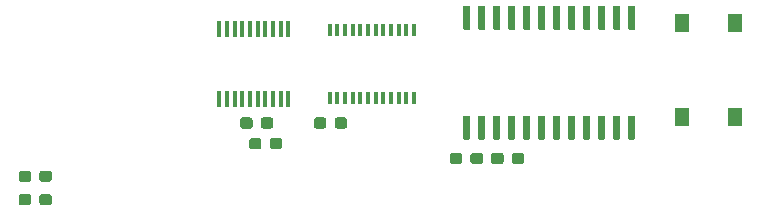
<source format=gbr>
G04 #@! TF.GenerationSoftware,KiCad,Pcbnew,5.1.2-f72e74a~84~ubuntu18.04.1*
G04 #@! TF.CreationDate,2019-07-30T17:21:04-04:00*
G04 #@! TF.ProjectId,kvm-keypad,6b766d2d-6b65-4797-9061-642e6b696361,rev?*
G04 #@! TF.SameCoordinates,Original*
G04 #@! TF.FileFunction,Paste,Top*
G04 #@! TF.FilePolarity,Positive*
%FSLAX46Y46*%
G04 Gerber Fmt 4.6, Leading zero omitted, Abs format (unit mm)*
G04 Created by KiCad (PCBNEW 5.1.2-f72e74a~84~ubuntu18.04.1) date 2019-07-30 17:21:04*
%MOMM*%
%LPD*%
G04 APERTURE LIST*
%ADD10C,0.100000*%
%ADD11C,0.950000*%
%ADD12R,1.300000X1.550000*%
%ADD13R,0.450000X1.450000*%
%ADD14R,0.400000X1.100000*%
%ADD15C,0.600000*%
G04 APERTURE END LIST*
D10*
G36*
X52185779Y-40026144D02*
G01*
X52208834Y-40029563D01*
X52231443Y-40035227D01*
X52253387Y-40043079D01*
X52274457Y-40053044D01*
X52294448Y-40065026D01*
X52313168Y-40078910D01*
X52330438Y-40094562D01*
X52346090Y-40111832D01*
X52359974Y-40130552D01*
X52371956Y-40150543D01*
X52381921Y-40171613D01*
X52389773Y-40193557D01*
X52395437Y-40216166D01*
X52398856Y-40239221D01*
X52400000Y-40262500D01*
X52400000Y-40737500D01*
X52398856Y-40760779D01*
X52395437Y-40783834D01*
X52389773Y-40806443D01*
X52381921Y-40828387D01*
X52371956Y-40849457D01*
X52359974Y-40869448D01*
X52346090Y-40888168D01*
X52330438Y-40905438D01*
X52313168Y-40921090D01*
X52294448Y-40934974D01*
X52274457Y-40946956D01*
X52253387Y-40956921D01*
X52231443Y-40964773D01*
X52208834Y-40970437D01*
X52185779Y-40973856D01*
X52162500Y-40975000D01*
X51587500Y-40975000D01*
X51564221Y-40973856D01*
X51541166Y-40970437D01*
X51518557Y-40964773D01*
X51496613Y-40956921D01*
X51475543Y-40946956D01*
X51455552Y-40934974D01*
X51436832Y-40921090D01*
X51419562Y-40905438D01*
X51403910Y-40888168D01*
X51390026Y-40869448D01*
X51378044Y-40849457D01*
X51368079Y-40828387D01*
X51360227Y-40806443D01*
X51354563Y-40783834D01*
X51351144Y-40760779D01*
X51350000Y-40737500D01*
X51350000Y-40262500D01*
X51351144Y-40239221D01*
X51354563Y-40216166D01*
X51360227Y-40193557D01*
X51368079Y-40171613D01*
X51378044Y-40150543D01*
X51390026Y-40130552D01*
X51403910Y-40111832D01*
X51419562Y-40094562D01*
X51436832Y-40078910D01*
X51455552Y-40065026D01*
X51475543Y-40053044D01*
X51496613Y-40043079D01*
X51518557Y-40035227D01*
X51541166Y-40029563D01*
X51564221Y-40026144D01*
X51587500Y-40025000D01*
X52162500Y-40025000D01*
X52185779Y-40026144D01*
X52185779Y-40026144D01*
G37*
D11*
X51875000Y-40500000D03*
D10*
G36*
X53935779Y-40026144D02*
G01*
X53958834Y-40029563D01*
X53981443Y-40035227D01*
X54003387Y-40043079D01*
X54024457Y-40053044D01*
X54044448Y-40065026D01*
X54063168Y-40078910D01*
X54080438Y-40094562D01*
X54096090Y-40111832D01*
X54109974Y-40130552D01*
X54121956Y-40150543D01*
X54131921Y-40171613D01*
X54139773Y-40193557D01*
X54145437Y-40216166D01*
X54148856Y-40239221D01*
X54150000Y-40262500D01*
X54150000Y-40737500D01*
X54148856Y-40760779D01*
X54145437Y-40783834D01*
X54139773Y-40806443D01*
X54131921Y-40828387D01*
X54121956Y-40849457D01*
X54109974Y-40869448D01*
X54096090Y-40888168D01*
X54080438Y-40905438D01*
X54063168Y-40921090D01*
X54044448Y-40934974D01*
X54024457Y-40946956D01*
X54003387Y-40956921D01*
X53981443Y-40964773D01*
X53958834Y-40970437D01*
X53935779Y-40973856D01*
X53912500Y-40975000D01*
X53337500Y-40975000D01*
X53314221Y-40973856D01*
X53291166Y-40970437D01*
X53268557Y-40964773D01*
X53246613Y-40956921D01*
X53225543Y-40946956D01*
X53205552Y-40934974D01*
X53186832Y-40921090D01*
X53169562Y-40905438D01*
X53153910Y-40888168D01*
X53140026Y-40869448D01*
X53128044Y-40849457D01*
X53118079Y-40828387D01*
X53110227Y-40806443D01*
X53104563Y-40783834D01*
X53101144Y-40760779D01*
X53100000Y-40737500D01*
X53100000Y-40262500D01*
X53101144Y-40239221D01*
X53104563Y-40216166D01*
X53110227Y-40193557D01*
X53118079Y-40171613D01*
X53128044Y-40150543D01*
X53140026Y-40130552D01*
X53153910Y-40111832D01*
X53169562Y-40094562D01*
X53186832Y-40078910D01*
X53205552Y-40065026D01*
X53225543Y-40053044D01*
X53246613Y-40043079D01*
X53268557Y-40035227D01*
X53291166Y-40029563D01*
X53314221Y-40026144D01*
X53337500Y-40025000D01*
X53912500Y-40025000D01*
X53935779Y-40026144D01*
X53935779Y-40026144D01*
G37*
D11*
X53625000Y-40500000D03*
D10*
G36*
X54685779Y-41776144D02*
G01*
X54708834Y-41779563D01*
X54731443Y-41785227D01*
X54753387Y-41793079D01*
X54774457Y-41803044D01*
X54794448Y-41815026D01*
X54813168Y-41828910D01*
X54830438Y-41844562D01*
X54846090Y-41861832D01*
X54859974Y-41880552D01*
X54871956Y-41900543D01*
X54881921Y-41921613D01*
X54889773Y-41943557D01*
X54895437Y-41966166D01*
X54898856Y-41989221D01*
X54900000Y-42012500D01*
X54900000Y-42487500D01*
X54898856Y-42510779D01*
X54895437Y-42533834D01*
X54889773Y-42556443D01*
X54881921Y-42578387D01*
X54871956Y-42599457D01*
X54859974Y-42619448D01*
X54846090Y-42638168D01*
X54830438Y-42655438D01*
X54813168Y-42671090D01*
X54794448Y-42684974D01*
X54774457Y-42696956D01*
X54753387Y-42706921D01*
X54731443Y-42714773D01*
X54708834Y-42720437D01*
X54685779Y-42723856D01*
X54662500Y-42725000D01*
X54087500Y-42725000D01*
X54064221Y-42723856D01*
X54041166Y-42720437D01*
X54018557Y-42714773D01*
X53996613Y-42706921D01*
X53975543Y-42696956D01*
X53955552Y-42684974D01*
X53936832Y-42671090D01*
X53919562Y-42655438D01*
X53903910Y-42638168D01*
X53890026Y-42619448D01*
X53878044Y-42599457D01*
X53868079Y-42578387D01*
X53860227Y-42556443D01*
X53854563Y-42533834D01*
X53851144Y-42510779D01*
X53850000Y-42487500D01*
X53850000Y-42012500D01*
X53851144Y-41989221D01*
X53854563Y-41966166D01*
X53860227Y-41943557D01*
X53868079Y-41921613D01*
X53878044Y-41900543D01*
X53890026Y-41880552D01*
X53903910Y-41861832D01*
X53919562Y-41844562D01*
X53936832Y-41828910D01*
X53955552Y-41815026D01*
X53975543Y-41803044D01*
X53996613Y-41793079D01*
X54018557Y-41785227D01*
X54041166Y-41779563D01*
X54064221Y-41776144D01*
X54087500Y-41775000D01*
X54662500Y-41775000D01*
X54685779Y-41776144D01*
X54685779Y-41776144D01*
G37*
D11*
X54375000Y-42250000D03*
D10*
G36*
X52935779Y-41776144D02*
G01*
X52958834Y-41779563D01*
X52981443Y-41785227D01*
X53003387Y-41793079D01*
X53024457Y-41803044D01*
X53044448Y-41815026D01*
X53063168Y-41828910D01*
X53080438Y-41844562D01*
X53096090Y-41861832D01*
X53109974Y-41880552D01*
X53121956Y-41900543D01*
X53131921Y-41921613D01*
X53139773Y-41943557D01*
X53145437Y-41966166D01*
X53148856Y-41989221D01*
X53150000Y-42012500D01*
X53150000Y-42487500D01*
X53148856Y-42510779D01*
X53145437Y-42533834D01*
X53139773Y-42556443D01*
X53131921Y-42578387D01*
X53121956Y-42599457D01*
X53109974Y-42619448D01*
X53096090Y-42638168D01*
X53080438Y-42655438D01*
X53063168Y-42671090D01*
X53044448Y-42684974D01*
X53024457Y-42696956D01*
X53003387Y-42706921D01*
X52981443Y-42714773D01*
X52958834Y-42720437D01*
X52935779Y-42723856D01*
X52912500Y-42725000D01*
X52337500Y-42725000D01*
X52314221Y-42723856D01*
X52291166Y-42720437D01*
X52268557Y-42714773D01*
X52246613Y-42706921D01*
X52225543Y-42696956D01*
X52205552Y-42684974D01*
X52186832Y-42671090D01*
X52169562Y-42655438D01*
X52153910Y-42638168D01*
X52140026Y-42619448D01*
X52128044Y-42599457D01*
X52118079Y-42578387D01*
X52110227Y-42556443D01*
X52104563Y-42533834D01*
X52101144Y-42510779D01*
X52100000Y-42487500D01*
X52100000Y-42012500D01*
X52101144Y-41989221D01*
X52104563Y-41966166D01*
X52110227Y-41943557D01*
X52118079Y-41921613D01*
X52128044Y-41900543D01*
X52140026Y-41880552D01*
X52153910Y-41861832D01*
X52169562Y-41844562D01*
X52186832Y-41828910D01*
X52205552Y-41815026D01*
X52225543Y-41803044D01*
X52246613Y-41793079D01*
X52268557Y-41785227D01*
X52291166Y-41779563D01*
X52314221Y-41776144D01*
X52337500Y-41775000D01*
X52912500Y-41775000D01*
X52935779Y-41776144D01*
X52935779Y-41776144D01*
G37*
D11*
X52625000Y-42250000D03*
D10*
G36*
X60185779Y-40026144D02*
G01*
X60208834Y-40029563D01*
X60231443Y-40035227D01*
X60253387Y-40043079D01*
X60274457Y-40053044D01*
X60294448Y-40065026D01*
X60313168Y-40078910D01*
X60330438Y-40094562D01*
X60346090Y-40111832D01*
X60359974Y-40130552D01*
X60371956Y-40150543D01*
X60381921Y-40171613D01*
X60389773Y-40193557D01*
X60395437Y-40216166D01*
X60398856Y-40239221D01*
X60400000Y-40262500D01*
X60400000Y-40737500D01*
X60398856Y-40760779D01*
X60395437Y-40783834D01*
X60389773Y-40806443D01*
X60381921Y-40828387D01*
X60371956Y-40849457D01*
X60359974Y-40869448D01*
X60346090Y-40888168D01*
X60330438Y-40905438D01*
X60313168Y-40921090D01*
X60294448Y-40934974D01*
X60274457Y-40946956D01*
X60253387Y-40956921D01*
X60231443Y-40964773D01*
X60208834Y-40970437D01*
X60185779Y-40973856D01*
X60162500Y-40975000D01*
X59587500Y-40975000D01*
X59564221Y-40973856D01*
X59541166Y-40970437D01*
X59518557Y-40964773D01*
X59496613Y-40956921D01*
X59475543Y-40946956D01*
X59455552Y-40934974D01*
X59436832Y-40921090D01*
X59419562Y-40905438D01*
X59403910Y-40888168D01*
X59390026Y-40869448D01*
X59378044Y-40849457D01*
X59368079Y-40828387D01*
X59360227Y-40806443D01*
X59354563Y-40783834D01*
X59351144Y-40760779D01*
X59350000Y-40737500D01*
X59350000Y-40262500D01*
X59351144Y-40239221D01*
X59354563Y-40216166D01*
X59360227Y-40193557D01*
X59368079Y-40171613D01*
X59378044Y-40150543D01*
X59390026Y-40130552D01*
X59403910Y-40111832D01*
X59419562Y-40094562D01*
X59436832Y-40078910D01*
X59455552Y-40065026D01*
X59475543Y-40053044D01*
X59496613Y-40043079D01*
X59518557Y-40035227D01*
X59541166Y-40029563D01*
X59564221Y-40026144D01*
X59587500Y-40025000D01*
X60162500Y-40025000D01*
X60185779Y-40026144D01*
X60185779Y-40026144D01*
G37*
D11*
X59875000Y-40500000D03*
D10*
G36*
X58435779Y-40026144D02*
G01*
X58458834Y-40029563D01*
X58481443Y-40035227D01*
X58503387Y-40043079D01*
X58524457Y-40053044D01*
X58544448Y-40065026D01*
X58563168Y-40078910D01*
X58580438Y-40094562D01*
X58596090Y-40111832D01*
X58609974Y-40130552D01*
X58621956Y-40150543D01*
X58631921Y-40171613D01*
X58639773Y-40193557D01*
X58645437Y-40216166D01*
X58648856Y-40239221D01*
X58650000Y-40262500D01*
X58650000Y-40737500D01*
X58648856Y-40760779D01*
X58645437Y-40783834D01*
X58639773Y-40806443D01*
X58631921Y-40828387D01*
X58621956Y-40849457D01*
X58609974Y-40869448D01*
X58596090Y-40888168D01*
X58580438Y-40905438D01*
X58563168Y-40921090D01*
X58544448Y-40934974D01*
X58524457Y-40946956D01*
X58503387Y-40956921D01*
X58481443Y-40964773D01*
X58458834Y-40970437D01*
X58435779Y-40973856D01*
X58412500Y-40975000D01*
X57837500Y-40975000D01*
X57814221Y-40973856D01*
X57791166Y-40970437D01*
X57768557Y-40964773D01*
X57746613Y-40956921D01*
X57725543Y-40946956D01*
X57705552Y-40934974D01*
X57686832Y-40921090D01*
X57669562Y-40905438D01*
X57653910Y-40888168D01*
X57640026Y-40869448D01*
X57628044Y-40849457D01*
X57618079Y-40828387D01*
X57610227Y-40806443D01*
X57604563Y-40783834D01*
X57601144Y-40760779D01*
X57600000Y-40737500D01*
X57600000Y-40262500D01*
X57601144Y-40239221D01*
X57604563Y-40216166D01*
X57610227Y-40193557D01*
X57618079Y-40171613D01*
X57628044Y-40150543D01*
X57640026Y-40130552D01*
X57653910Y-40111832D01*
X57669562Y-40094562D01*
X57686832Y-40078910D01*
X57705552Y-40065026D01*
X57725543Y-40053044D01*
X57746613Y-40043079D01*
X57768557Y-40035227D01*
X57791166Y-40029563D01*
X57814221Y-40026144D01*
X57837500Y-40025000D01*
X58412500Y-40025000D01*
X58435779Y-40026144D01*
X58435779Y-40026144D01*
G37*
D11*
X58125000Y-40500000D03*
D10*
G36*
X75185779Y-43026144D02*
G01*
X75208834Y-43029563D01*
X75231443Y-43035227D01*
X75253387Y-43043079D01*
X75274457Y-43053044D01*
X75294448Y-43065026D01*
X75313168Y-43078910D01*
X75330438Y-43094562D01*
X75346090Y-43111832D01*
X75359974Y-43130552D01*
X75371956Y-43150543D01*
X75381921Y-43171613D01*
X75389773Y-43193557D01*
X75395437Y-43216166D01*
X75398856Y-43239221D01*
X75400000Y-43262500D01*
X75400000Y-43737500D01*
X75398856Y-43760779D01*
X75395437Y-43783834D01*
X75389773Y-43806443D01*
X75381921Y-43828387D01*
X75371956Y-43849457D01*
X75359974Y-43869448D01*
X75346090Y-43888168D01*
X75330438Y-43905438D01*
X75313168Y-43921090D01*
X75294448Y-43934974D01*
X75274457Y-43946956D01*
X75253387Y-43956921D01*
X75231443Y-43964773D01*
X75208834Y-43970437D01*
X75185779Y-43973856D01*
X75162500Y-43975000D01*
X74587500Y-43975000D01*
X74564221Y-43973856D01*
X74541166Y-43970437D01*
X74518557Y-43964773D01*
X74496613Y-43956921D01*
X74475543Y-43946956D01*
X74455552Y-43934974D01*
X74436832Y-43921090D01*
X74419562Y-43905438D01*
X74403910Y-43888168D01*
X74390026Y-43869448D01*
X74378044Y-43849457D01*
X74368079Y-43828387D01*
X74360227Y-43806443D01*
X74354563Y-43783834D01*
X74351144Y-43760779D01*
X74350000Y-43737500D01*
X74350000Y-43262500D01*
X74351144Y-43239221D01*
X74354563Y-43216166D01*
X74360227Y-43193557D01*
X74368079Y-43171613D01*
X74378044Y-43150543D01*
X74390026Y-43130552D01*
X74403910Y-43111832D01*
X74419562Y-43094562D01*
X74436832Y-43078910D01*
X74455552Y-43065026D01*
X74475543Y-43053044D01*
X74496613Y-43043079D01*
X74518557Y-43035227D01*
X74541166Y-43029563D01*
X74564221Y-43026144D01*
X74587500Y-43025000D01*
X75162500Y-43025000D01*
X75185779Y-43026144D01*
X75185779Y-43026144D01*
G37*
D11*
X74875000Y-43500000D03*
D10*
G36*
X73435779Y-43026144D02*
G01*
X73458834Y-43029563D01*
X73481443Y-43035227D01*
X73503387Y-43043079D01*
X73524457Y-43053044D01*
X73544448Y-43065026D01*
X73563168Y-43078910D01*
X73580438Y-43094562D01*
X73596090Y-43111832D01*
X73609974Y-43130552D01*
X73621956Y-43150543D01*
X73631921Y-43171613D01*
X73639773Y-43193557D01*
X73645437Y-43216166D01*
X73648856Y-43239221D01*
X73650000Y-43262500D01*
X73650000Y-43737500D01*
X73648856Y-43760779D01*
X73645437Y-43783834D01*
X73639773Y-43806443D01*
X73631921Y-43828387D01*
X73621956Y-43849457D01*
X73609974Y-43869448D01*
X73596090Y-43888168D01*
X73580438Y-43905438D01*
X73563168Y-43921090D01*
X73544448Y-43934974D01*
X73524457Y-43946956D01*
X73503387Y-43956921D01*
X73481443Y-43964773D01*
X73458834Y-43970437D01*
X73435779Y-43973856D01*
X73412500Y-43975000D01*
X72837500Y-43975000D01*
X72814221Y-43973856D01*
X72791166Y-43970437D01*
X72768557Y-43964773D01*
X72746613Y-43956921D01*
X72725543Y-43946956D01*
X72705552Y-43934974D01*
X72686832Y-43921090D01*
X72669562Y-43905438D01*
X72653910Y-43888168D01*
X72640026Y-43869448D01*
X72628044Y-43849457D01*
X72618079Y-43828387D01*
X72610227Y-43806443D01*
X72604563Y-43783834D01*
X72601144Y-43760779D01*
X72600000Y-43737500D01*
X72600000Y-43262500D01*
X72601144Y-43239221D01*
X72604563Y-43216166D01*
X72610227Y-43193557D01*
X72618079Y-43171613D01*
X72628044Y-43150543D01*
X72640026Y-43130552D01*
X72653910Y-43111832D01*
X72669562Y-43094562D01*
X72686832Y-43078910D01*
X72705552Y-43065026D01*
X72725543Y-43053044D01*
X72746613Y-43043079D01*
X72768557Y-43035227D01*
X72791166Y-43029563D01*
X72814221Y-43026144D01*
X72837500Y-43025000D01*
X73412500Y-43025000D01*
X73435779Y-43026144D01*
X73435779Y-43026144D01*
G37*
D11*
X73125000Y-43500000D03*
D10*
G36*
X33435779Y-44526144D02*
G01*
X33458834Y-44529563D01*
X33481443Y-44535227D01*
X33503387Y-44543079D01*
X33524457Y-44553044D01*
X33544448Y-44565026D01*
X33563168Y-44578910D01*
X33580438Y-44594562D01*
X33596090Y-44611832D01*
X33609974Y-44630552D01*
X33621956Y-44650543D01*
X33631921Y-44671613D01*
X33639773Y-44693557D01*
X33645437Y-44716166D01*
X33648856Y-44739221D01*
X33650000Y-44762500D01*
X33650000Y-45237500D01*
X33648856Y-45260779D01*
X33645437Y-45283834D01*
X33639773Y-45306443D01*
X33631921Y-45328387D01*
X33621956Y-45349457D01*
X33609974Y-45369448D01*
X33596090Y-45388168D01*
X33580438Y-45405438D01*
X33563168Y-45421090D01*
X33544448Y-45434974D01*
X33524457Y-45446956D01*
X33503387Y-45456921D01*
X33481443Y-45464773D01*
X33458834Y-45470437D01*
X33435779Y-45473856D01*
X33412500Y-45475000D01*
X32837500Y-45475000D01*
X32814221Y-45473856D01*
X32791166Y-45470437D01*
X32768557Y-45464773D01*
X32746613Y-45456921D01*
X32725543Y-45446956D01*
X32705552Y-45434974D01*
X32686832Y-45421090D01*
X32669562Y-45405438D01*
X32653910Y-45388168D01*
X32640026Y-45369448D01*
X32628044Y-45349457D01*
X32618079Y-45328387D01*
X32610227Y-45306443D01*
X32604563Y-45283834D01*
X32601144Y-45260779D01*
X32600000Y-45237500D01*
X32600000Y-44762500D01*
X32601144Y-44739221D01*
X32604563Y-44716166D01*
X32610227Y-44693557D01*
X32618079Y-44671613D01*
X32628044Y-44650543D01*
X32640026Y-44630552D01*
X32653910Y-44611832D01*
X32669562Y-44594562D01*
X32686832Y-44578910D01*
X32705552Y-44565026D01*
X32725543Y-44553044D01*
X32746613Y-44543079D01*
X32768557Y-44535227D01*
X32791166Y-44529563D01*
X32814221Y-44526144D01*
X32837500Y-44525000D01*
X33412500Y-44525000D01*
X33435779Y-44526144D01*
X33435779Y-44526144D01*
G37*
D11*
X33125000Y-45000000D03*
D10*
G36*
X35185779Y-44526144D02*
G01*
X35208834Y-44529563D01*
X35231443Y-44535227D01*
X35253387Y-44543079D01*
X35274457Y-44553044D01*
X35294448Y-44565026D01*
X35313168Y-44578910D01*
X35330438Y-44594562D01*
X35346090Y-44611832D01*
X35359974Y-44630552D01*
X35371956Y-44650543D01*
X35381921Y-44671613D01*
X35389773Y-44693557D01*
X35395437Y-44716166D01*
X35398856Y-44739221D01*
X35400000Y-44762500D01*
X35400000Y-45237500D01*
X35398856Y-45260779D01*
X35395437Y-45283834D01*
X35389773Y-45306443D01*
X35381921Y-45328387D01*
X35371956Y-45349457D01*
X35359974Y-45369448D01*
X35346090Y-45388168D01*
X35330438Y-45405438D01*
X35313168Y-45421090D01*
X35294448Y-45434974D01*
X35274457Y-45446956D01*
X35253387Y-45456921D01*
X35231443Y-45464773D01*
X35208834Y-45470437D01*
X35185779Y-45473856D01*
X35162500Y-45475000D01*
X34587500Y-45475000D01*
X34564221Y-45473856D01*
X34541166Y-45470437D01*
X34518557Y-45464773D01*
X34496613Y-45456921D01*
X34475543Y-45446956D01*
X34455552Y-45434974D01*
X34436832Y-45421090D01*
X34419562Y-45405438D01*
X34403910Y-45388168D01*
X34390026Y-45369448D01*
X34378044Y-45349457D01*
X34368079Y-45328387D01*
X34360227Y-45306443D01*
X34354563Y-45283834D01*
X34351144Y-45260779D01*
X34350000Y-45237500D01*
X34350000Y-44762500D01*
X34351144Y-44739221D01*
X34354563Y-44716166D01*
X34360227Y-44693557D01*
X34368079Y-44671613D01*
X34378044Y-44650543D01*
X34390026Y-44630552D01*
X34403910Y-44611832D01*
X34419562Y-44594562D01*
X34436832Y-44578910D01*
X34455552Y-44565026D01*
X34475543Y-44553044D01*
X34496613Y-44543079D01*
X34518557Y-44535227D01*
X34541166Y-44529563D01*
X34564221Y-44526144D01*
X34587500Y-44525000D01*
X35162500Y-44525000D01*
X35185779Y-44526144D01*
X35185779Y-44526144D01*
G37*
D11*
X34875000Y-45000000D03*
D10*
G36*
X35185779Y-46526144D02*
G01*
X35208834Y-46529563D01*
X35231443Y-46535227D01*
X35253387Y-46543079D01*
X35274457Y-46553044D01*
X35294448Y-46565026D01*
X35313168Y-46578910D01*
X35330438Y-46594562D01*
X35346090Y-46611832D01*
X35359974Y-46630552D01*
X35371956Y-46650543D01*
X35381921Y-46671613D01*
X35389773Y-46693557D01*
X35395437Y-46716166D01*
X35398856Y-46739221D01*
X35400000Y-46762500D01*
X35400000Y-47237500D01*
X35398856Y-47260779D01*
X35395437Y-47283834D01*
X35389773Y-47306443D01*
X35381921Y-47328387D01*
X35371956Y-47349457D01*
X35359974Y-47369448D01*
X35346090Y-47388168D01*
X35330438Y-47405438D01*
X35313168Y-47421090D01*
X35294448Y-47434974D01*
X35274457Y-47446956D01*
X35253387Y-47456921D01*
X35231443Y-47464773D01*
X35208834Y-47470437D01*
X35185779Y-47473856D01*
X35162500Y-47475000D01*
X34587500Y-47475000D01*
X34564221Y-47473856D01*
X34541166Y-47470437D01*
X34518557Y-47464773D01*
X34496613Y-47456921D01*
X34475543Y-47446956D01*
X34455552Y-47434974D01*
X34436832Y-47421090D01*
X34419562Y-47405438D01*
X34403910Y-47388168D01*
X34390026Y-47369448D01*
X34378044Y-47349457D01*
X34368079Y-47328387D01*
X34360227Y-47306443D01*
X34354563Y-47283834D01*
X34351144Y-47260779D01*
X34350000Y-47237500D01*
X34350000Y-46762500D01*
X34351144Y-46739221D01*
X34354563Y-46716166D01*
X34360227Y-46693557D01*
X34368079Y-46671613D01*
X34378044Y-46650543D01*
X34390026Y-46630552D01*
X34403910Y-46611832D01*
X34419562Y-46594562D01*
X34436832Y-46578910D01*
X34455552Y-46565026D01*
X34475543Y-46553044D01*
X34496613Y-46543079D01*
X34518557Y-46535227D01*
X34541166Y-46529563D01*
X34564221Y-46526144D01*
X34587500Y-46525000D01*
X35162500Y-46525000D01*
X35185779Y-46526144D01*
X35185779Y-46526144D01*
G37*
D11*
X34875000Y-47000000D03*
D10*
G36*
X33435779Y-46526144D02*
G01*
X33458834Y-46529563D01*
X33481443Y-46535227D01*
X33503387Y-46543079D01*
X33524457Y-46553044D01*
X33544448Y-46565026D01*
X33563168Y-46578910D01*
X33580438Y-46594562D01*
X33596090Y-46611832D01*
X33609974Y-46630552D01*
X33621956Y-46650543D01*
X33631921Y-46671613D01*
X33639773Y-46693557D01*
X33645437Y-46716166D01*
X33648856Y-46739221D01*
X33650000Y-46762500D01*
X33650000Y-47237500D01*
X33648856Y-47260779D01*
X33645437Y-47283834D01*
X33639773Y-47306443D01*
X33631921Y-47328387D01*
X33621956Y-47349457D01*
X33609974Y-47369448D01*
X33596090Y-47388168D01*
X33580438Y-47405438D01*
X33563168Y-47421090D01*
X33544448Y-47434974D01*
X33524457Y-47446956D01*
X33503387Y-47456921D01*
X33481443Y-47464773D01*
X33458834Y-47470437D01*
X33435779Y-47473856D01*
X33412500Y-47475000D01*
X32837500Y-47475000D01*
X32814221Y-47473856D01*
X32791166Y-47470437D01*
X32768557Y-47464773D01*
X32746613Y-47456921D01*
X32725543Y-47446956D01*
X32705552Y-47434974D01*
X32686832Y-47421090D01*
X32669562Y-47405438D01*
X32653910Y-47388168D01*
X32640026Y-47369448D01*
X32628044Y-47349457D01*
X32618079Y-47328387D01*
X32610227Y-47306443D01*
X32604563Y-47283834D01*
X32601144Y-47260779D01*
X32600000Y-47237500D01*
X32600000Y-46762500D01*
X32601144Y-46739221D01*
X32604563Y-46716166D01*
X32610227Y-46693557D01*
X32618079Y-46671613D01*
X32628044Y-46650543D01*
X32640026Y-46630552D01*
X32653910Y-46611832D01*
X32669562Y-46594562D01*
X32686832Y-46578910D01*
X32705552Y-46565026D01*
X32725543Y-46553044D01*
X32746613Y-46543079D01*
X32768557Y-46535227D01*
X32791166Y-46529563D01*
X32814221Y-46526144D01*
X32837500Y-46525000D01*
X33412500Y-46525000D01*
X33435779Y-46526144D01*
X33435779Y-46526144D01*
G37*
D11*
X33125000Y-47000000D03*
D10*
G36*
X71685779Y-43026144D02*
G01*
X71708834Y-43029563D01*
X71731443Y-43035227D01*
X71753387Y-43043079D01*
X71774457Y-43053044D01*
X71794448Y-43065026D01*
X71813168Y-43078910D01*
X71830438Y-43094562D01*
X71846090Y-43111832D01*
X71859974Y-43130552D01*
X71871956Y-43150543D01*
X71881921Y-43171613D01*
X71889773Y-43193557D01*
X71895437Y-43216166D01*
X71898856Y-43239221D01*
X71900000Y-43262500D01*
X71900000Y-43737500D01*
X71898856Y-43760779D01*
X71895437Y-43783834D01*
X71889773Y-43806443D01*
X71881921Y-43828387D01*
X71871956Y-43849457D01*
X71859974Y-43869448D01*
X71846090Y-43888168D01*
X71830438Y-43905438D01*
X71813168Y-43921090D01*
X71794448Y-43934974D01*
X71774457Y-43946956D01*
X71753387Y-43956921D01*
X71731443Y-43964773D01*
X71708834Y-43970437D01*
X71685779Y-43973856D01*
X71662500Y-43975000D01*
X71087500Y-43975000D01*
X71064221Y-43973856D01*
X71041166Y-43970437D01*
X71018557Y-43964773D01*
X70996613Y-43956921D01*
X70975543Y-43946956D01*
X70955552Y-43934974D01*
X70936832Y-43921090D01*
X70919562Y-43905438D01*
X70903910Y-43888168D01*
X70890026Y-43869448D01*
X70878044Y-43849457D01*
X70868079Y-43828387D01*
X70860227Y-43806443D01*
X70854563Y-43783834D01*
X70851144Y-43760779D01*
X70850000Y-43737500D01*
X70850000Y-43262500D01*
X70851144Y-43239221D01*
X70854563Y-43216166D01*
X70860227Y-43193557D01*
X70868079Y-43171613D01*
X70878044Y-43150543D01*
X70890026Y-43130552D01*
X70903910Y-43111832D01*
X70919562Y-43094562D01*
X70936832Y-43078910D01*
X70955552Y-43065026D01*
X70975543Y-43053044D01*
X70996613Y-43043079D01*
X71018557Y-43035227D01*
X71041166Y-43029563D01*
X71064221Y-43026144D01*
X71087500Y-43025000D01*
X71662500Y-43025000D01*
X71685779Y-43026144D01*
X71685779Y-43026144D01*
G37*
D11*
X71375000Y-43500000D03*
D10*
G36*
X69935779Y-43026144D02*
G01*
X69958834Y-43029563D01*
X69981443Y-43035227D01*
X70003387Y-43043079D01*
X70024457Y-43053044D01*
X70044448Y-43065026D01*
X70063168Y-43078910D01*
X70080438Y-43094562D01*
X70096090Y-43111832D01*
X70109974Y-43130552D01*
X70121956Y-43150543D01*
X70131921Y-43171613D01*
X70139773Y-43193557D01*
X70145437Y-43216166D01*
X70148856Y-43239221D01*
X70150000Y-43262500D01*
X70150000Y-43737500D01*
X70148856Y-43760779D01*
X70145437Y-43783834D01*
X70139773Y-43806443D01*
X70131921Y-43828387D01*
X70121956Y-43849457D01*
X70109974Y-43869448D01*
X70096090Y-43888168D01*
X70080438Y-43905438D01*
X70063168Y-43921090D01*
X70044448Y-43934974D01*
X70024457Y-43946956D01*
X70003387Y-43956921D01*
X69981443Y-43964773D01*
X69958834Y-43970437D01*
X69935779Y-43973856D01*
X69912500Y-43975000D01*
X69337500Y-43975000D01*
X69314221Y-43973856D01*
X69291166Y-43970437D01*
X69268557Y-43964773D01*
X69246613Y-43956921D01*
X69225543Y-43946956D01*
X69205552Y-43934974D01*
X69186832Y-43921090D01*
X69169562Y-43905438D01*
X69153910Y-43888168D01*
X69140026Y-43869448D01*
X69128044Y-43849457D01*
X69118079Y-43828387D01*
X69110227Y-43806443D01*
X69104563Y-43783834D01*
X69101144Y-43760779D01*
X69100000Y-43737500D01*
X69100000Y-43262500D01*
X69101144Y-43239221D01*
X69104563Y-43216166D01*
X69110227Y-43193557D01*
X69118079Y-43171613D01*
X69128044Y-43150543D01*
X69140026Y-43130552D01*
X69153910Y-43111832D01*
X69169562Y-43094562D01*
X69186832Y-43078910D01*
X69205552Y-43065026D01*
X69225543Y-43053044D01*
X69246613Y-43043079D01*
X69268557Y-43035227D01*
X69291166Y-43029563D01*
X69314221Y-43026144D01*
X69337500Y-43025000D01*
X69912500Y-43025000D01*
X69935779Y-43026144D01*
X69935779Y-43026144D01*
G37*
D11*
X69625000Y-43500000D03*
D12*
X93250000Y-39975000D03*
X88750000Y-39975000D03*
X88750000Y-32025000D03*
X93250000Y-32025000D03*
D13*
X49575000Y-38450000D03*
X50225000Y-38450000D03*
X50875000Y-38450000D03*
X51525000Y-38450000D03*
X52175000Y-38450000D03*
X52825000Y-38450000D03*
X53475000Y-38450000D03*
X54125000Y-38450000D03*
X54775000Y-38450000D03*
X55425000Y-38450000D03*
X55425000Y-32550000D03*
X54775000Y-32550000D03*
X54125000Y-32550000D03*
X53475000Y-32550000D03*
X52825000Y-32550000D03*
X52175000Y-32550000D03*
X51525000Y-32550000D03*
X50875000Y-32550000D03*
X50225000Y-32550000D03*
X49575000Y-32550000D03*
D14*
X58925000Y-38350000D03*
X59575000Y-38350000D03*
X60225000Y-38350000D03*
X60875000Y-38350000D03*
X61525000Y-38350000D03*
X62175000Y-38350000D03*
X62825000Y-38350000D03*
X63475000Y-38350000D03*
X64125000Y-38350000D03*
X64775000Y-38350000D03*
X65425000Y-38350000D03*
X66075000Y-38350000D03*
X66075000Y-32650000D03*
X65425000Y-32650000D03*
X64775000Y-32650000D03*
X64125000Y-32650000D03*
X63475000Y-32650000D03*
X62825000Y-32650000D03*
X62175000Y-32650000D03*
X61525000Y-32650000D03*
X60875000Y-32650000D03*
X60225000Y-32650000D03*
X59575000Y-32650000D03*
X58925000Y-32650000D03*
D10*
G36*
X70679703Y-39875722D02*
G01*
X70694264Y-39877882D01*
X70708543Y-39881459D01*
X70722403Y-39886418D01*
X70735710Y-39892712D01*
X70748336Y-39900280D01*
X70760159Y-39909048D01*
X70771066Y-39918934D01*
X70780952Y-39929841D01*
X70789720Y-39941664D01*
X70797288Y-39954290D01*
X70803582Y-39967597D01*
X70808541Y-39981457D01*
X70812118Y-39995736D01*
X70814278Y-40010297D01*
X70815000Y-40025000D01*
X70815000Y-41775000D01*
X70814278Y-41789703D01*
X70812118Y-41804264D01*
X70808541Y-41818543D01*
X70803582Y-41832403D01*
X70797288Y-41845710D01*
X70789720Y-41858336D01*
X70780952Y-41870159D01*
X70771066Y-41881066D01*
X70760159Y-41890952D01*
X70748336Y-41899720D01*
X70735710Y-41907288D01*
X70722403Y-41913582D01*
X70708543Y-41918541D01*
X70694264Y-41922118D01*
X70679703Y-41924278D01*
X70665000Y-41925000D01*
X70365000Y-41925000D01*
X70350297Y-41924278D01*
X70335736Y-41922118D01*
X70321457Y-41918541D01*
X70307597Y-41913582D01*
X70294290Y-41907288D01*
X70281664Y-41899720D01*
X70269841Y-41890952D01*
X70258934Y-41881066D01*
X70249048Y-41870159D01*
X70240280Y-41858336D01*
X70232712Y-41845710D01*
X70226418Y-41832403D01*
X70221459Y-41818543D01*
X70217882Y-41804264D01*
X70215722Y-41789703D01*
X70215000Y-41775000D01*
X70215000Y-40025000D01*
X70215722Y-40010297D01*
X70217882Y-39995736D01*
X70221459Y-39981457D01*
X70226418Y-39967597D01*
X70232712Y-39954290D01*
X70240280Y-39941664D01*
X70249048Y-39929841D01*
X70258934Y-39918934D01*
X70269841Y-39909048D01*
X70281664Y-39900280D01*
X70294290Y-39892712D01*
X70307597Y-39886418D01*
X70321457Y-39881459D01*
X70335736Y-39877882D01*
X70350297Y-39875722D01*
X70365000Y-39875000D01*
X70665000Y-39875000D01*
X70679703Y-39875722D01*
X70679703Y-39875722D01*
G37*
D15*
X70515000Y-40900000D03*
D10*
G36*
X71949703Y-39875722D02*
G01*
X71964264Y-39877882D01*
X71978543Y-39881459D01*
X71992403Y-39886418D01*
X72005710Y-39892712D01*
X72018336Y-39900280D01*
X72030159Y-39909048D01*
X72041066Y-39918934D01*
X72050952Y-39929841D01*
X72059720Y-39941664D01*
X72067288Y-39954290D01*
X72073582Y-39967597D01*
X72078541Y-39981457D01*
X72082118Y-39995736D01*
X72084278Y-40010297D01*
X72085000Y-40025000D01*
X72085000Y-41775000D01*
X72084278Y-41789703D01*
X72082118Y-41804264D01*
X72078541Y-41818543D01*
X72073582Y-41832403D01*
X72067288Y-41845710D01*
X72059720Y-41858336D01*
X72050952Y-41870159D01*
X72041066Y-41881066D01*
X72030159Y-41890952D01*
X72018336Y-41899720D01*
X72005710Y-41907288D01*
X71992403Y-41913582D01*
X71978543Y-41918541D01*
X71964264Y-41922118D01*
X71949703Y-41924278D01*
X71935000Y-41925000D01*
X71635000Y-41925000D01*
X71620297Y-41924278D01*
X71605736Y-41922118D01*
X71591457Y-41918541D01*
X71577597Y-41913582D01*
X71564290Y-41907288D01*
X71551664Y-41899720D01*
X71539841Y-41890952D01*
X71528934Y-41881066D01*
X71519048Y-41870159D01*
X71510280Y-41858336D01*
X71502712Y-41845710D01*
X71496418Y-41832403D01*
X71491459Y-41818543D01*
X71487882Y-41804264D01*
X71485722Y-41789703D01*
X71485000Y-41775000D01*
X71485000Y-40025000D01*
X71485722Y-40010297D01*
X71487882Y-39995736D01*
X71491459Y-39981457D01*
X71496418Y-39967597D01*
X71502712Y-39954290D01*
X71510280Y-39941664D01*
X71519048Y-39929841D01*
X71528934Y-39918934D01*
X71539841Y-39909048D01*
X71551664Y-39900280D01*
X71564290Y-39892712D01*
X71577597Y-39886418D01*
X71591457Y-39881459D01*
X71605736Y-39877882D01*
X71620297Y-39875722D01*
X71635000Y-39875000D01*
X71935000Y-39875000D01*
X71949703Y-39875722D01*
X71949703Y-39875722D01*
G37*
D15*
X71785000Y-40900000D03*
D10*
G36*
X73219703Y-39875722D02*
G01*
X73234264Y-39877882D01*
X73248543Y-39881459D01*
X73262403Y-39886418D01*
X73275710Y-39892712D01*
X73288336Y-39900280D01*
X73300159Y-39909048D01*
X73311066Y-39918934D01*
X73320952Y-39929841D01*
X73329720Y-39941664D01*
X73337288Y-39954290D01*
X73343582Y-39967597D01*
X73348541Y-39981457D01*
X73352118Y-39995736D01*
X73354278Y-40010297D01*
X73355000Y-40025000D01*
X73355000Y-41775000D01*
X73354278Y-41789703D01*
X73352118Y-41804264D01*
X73348541Y-41818543D01*
X73343582Y-41832403D01*
X73337288Y-41845710D01*
X73329720Y-41858336D01*
X73320952Y-41870159D01*
X73311066Y-41881066D01*
X73300159Y-41890952D01*
X73288336Y-41899720D01*
X73275710Y-41907288D01*
X73262403Y-41913582D01*
X73248543Y-41918541D01*
X73234264Y-41922118D01*
X73219703Y-41924278D01*
X73205000Y-41925000D01*
X72905000Y-41925000D01*
X72890297Y-41924278D01*
X72875736Y-41922118D01*
X72861457Y-41918541D01*
X72847597Y-41913582D01*
X72834290Y-41907288D01*
X72821664Y-41899720D01*
X72809841Y-41890952D01*
X72798934Y-41881066D01*
X72789048Y-41870159D01*
X72780280Y-41858336D01*
X72772712Y-41845710D01*
X72766418Y-41832403D01*
X72761459Y-41818543D01*
X72757882Y-41804264D01*
X72755722Y-41789703D01*
X72755000Y-41775000D01*
X72755000Y-40025000D01*
X72755722Y-40010297D01*
X72757882Y-39995736D01*
X72761459Y-39981457D01*
X72766418Y-39967597D01*
X72772712Y-39954290D01*
X72780280Y-39941664D01*
X72789048Y-39929841D01*
X72798934Y-39918934D01*
X72809841Y-39909048D01*
X72821664Y-39900280D01*
X72834290Y-39892712D01*
X72847597Y-39886418D01*
X72861457Y-39881459D01*
X72875736Y-39877882D01*
X72890297Y-39875722D01*
X72905000Y-39875000D01*
X73205000Y-39875000D01*
X73219703Y-39875722D01*
X73219703Y-39875722D01*
G37*
D15*
X73055000Y-40900000D03*
D10*
G36*
X74489703Y-39875722D02*
G01*
X74504264Y-39877882D01*
X74518543Y-39881459D01*
X74532403Y-39886418D01*
X74545710Y-39892712D01*
X74558336Y-39900280D01*
X74570159Y-39909048D01*
X74581066Y-39918934D01*
X74590952Y-39929841D01*
X74599720Y-39941664D01*
X74607288Y-39954290D01*
X74613582Y-39967597D01*
X74618541Y-39981457D01*
X74622118Y-39995736D01*
X74624278Y-40010297D01*
X74625000Y-40025000D01*
X74625000Y-41775000D01*
X74624278Y-41789703D01*
X74622118Y-41804264D01*
X74618541Y-41818543D01*
X74613582Y-41832403D01*
X74607288Y-41845710D01*
X74599720Y-41858336D01*
X74590952Y-41870159D01*
X74581066Y-41881066D01*
X74570159Y-41890952D01*
X74558336Y-41899720D01*
X74545710Y-41907288D01*
X74532403Y-41913582D01*
X74518543Y-41918541D01*
X74504264Y-41922118D01*
X74489703Y-41924278D01*
X74475000Y-41925000D01*
X74175000Y-41925000D01*
X74160297Y-41924278D01*
X74145736Y-41922118D01*
X74131457Y-41918541D01*
X74117597Y-41913582D01*
X74104290Y-41907288D01*
X74091664Y-41899720D01*
X74079841Y-41890952D01*
X74068934Y-41881066D01*
X74059048Y-41870159D01*
X74050280Y-41858336D01*
X74042712Y-41845710D01*
X74036418Y-41832403D01*
X74031459Y-41818543D01*
X74027882Y-41804264D01*
X74025722Y-41789703D01*
X74025000Y-41775000D01*
X74025000Y-40025000D01*
X74025722Y-40010297D01*
X74027882Y-39995736D01*
X74031459Y-39981457D01*
X74036418Y-39967597D01*
X74042712Y-39954290D01*
X74050280Y-39941664D01*
X74059048Y-39929841D01*
X74068934Y-39918934D01*
X74079841Y-39909048D01*
X74091664Y-39900280D01*
X74104290Y-39892712D01*
X74117597Y-39886418D01*
X74131457Y-39881459D01*
X74145736Y-39877882D01*
X74160297Y-39875722D01*
X74175000Y-39875000D01*
X74475000Y-39875000D01*
X74489703Y-39875722D01*
X74489703Y-39875722D01*
G37*
D15*
X74325000Y-40900000D03*
D10*
G36*
X75759703Y-39875722D02*
G01*
X75774264Y-39877882D01*
X75788543Y-39881459D01*
X75802403Y-39886418D01*
X75815710Y-39892712D01*
X75828336Y-39900280D01*
X75840159Y-39909048D01*
X75851066Y-39918934D01*
X75860952Y-39929841D01*
X75869720Y-39941664D01*
X75877288Y-39954290D01*
X75883582Y-39967597D01*
X75888541Y-39981457D01*
X75892118Y-39995736D01*
X75894278Y-40010297D01*
X75895000Y-40025000D01*
X75895000Y-41775000D01*
X75894278Y-41789703D01*
X75892118Y-41804264D01*
X75888541Y-41818543D01*
X75883582Y-41832403D01*
X75877288Y-41845710D01*
X75869720Y-41858336D01*
X75860952Y-41870159D01*
X75851066Y-41881066D01*
X75840159Y-41890952D01*
X75828336Y-41899720D01*
X75815710Y-41907288D01*
X75802403Y-41913582D01*
X75788543Y-41918541D01*
X75774264Y-41922118D01*
X75759703Y-41924278D01*
X75745000Y-41925000D01*
X75445000Y-41925000D01*
X75430297Y-41924278D01*
X75415736Y-41922118D01*
X75401457Y-41918541D01*
X75387597Y-41913582D01*
X75374290Y-41907288D01*
X75361664Y-41899720D01*
X75349841Y-41890952D01*
X75338934Y-41881066D01*
X75329048Y-41870159D01*
X75320280Y-41858336D01*
X75312712Y-41845710D01*
X75306418Y-41832403D01*
X75301459Y-41818543D01*
X75297882Y-41804264D01*
X75295722Y-41789703D01*
X75295000Y-41775000D01*
X75295000Y-40025000D01*
X75295722Y-40010297D01*
X75297882Y-39995736D01*
X75301459Y-39981457D01*
X75306418Y-39967597D01*
X75312712Y-39954290D01*
X75320280Y-39941664D01*
X75329048Y-39929841D01*
X75338934Y-39918934D01*
X75349841Y-39909048D01*
X75361664Y-39900280D01*
X75374290Y-39892712D01*
X75387597Y-39886418D01*
X75401457Y-39881459D01*
X75415736Y-39877882D01*
X75430297Y-39875722D01*
X75445000Y-39875000D01*
X75745000Y-39875000D01*
X75759703Y-39875722D01*
X75759703Y-39875722D01*
G37*
D15*
X75595000Y-40900000D03*
D10*
G36*
X77029703Y-39875722D02*
G01*
X77044264Y-39877882D01*
X77058543Y-39881459D01*
X77072403Y-39886418D01*
X77085710Y-39892712D01*
X77098336Y-39900280D01*
X77110159Y-39909048D01*
X77121066Y-39918934D01*
X77130952Y-39929841D01*
X77139720Y-39941664D01*
X77147288Y-39954290D01*
X77153582Y-39967597D01*
X77158541Y-39981457D01*
X77162118Y-39995736D01*
X77164278Y-40010297D01*
X77165000Y-40025000D01*
X77165000Y-41775000D01*
X77164278Y-41789703D01*
X77162118Y-41804264D01*
X77158541Y-41818543D01*
X77153582Y-41832403D01*
X77147288Y-41845710D01*
X77139720Y-41858336D01*
X77130952Y-41870159D01*
X77121066Y-41881066D01*
X77110159Y-41890952D01*
X77098336Y-41899720D01*
X77085710Y-41907288D01*
X77072403Y-41913582D01*
X77058543Y-41918541D01*
X77044264Y-41922118D01*
X77029703Y-41924278D01*
X77015000Y-41925000D01*
X76715000Y-41925000D01*
X76700297Y-41924278D01*
X76685736Y-41922118D01*
X76671457Y-41918541D01*
X76657597Y-41913582D01*
X76644290Y-41907288D01*
X76631664Y-41899720D01*
X76619841Y-41890952D01*
X76608934Y-41881066D01*
X76599048Y-41870159D01*
X76590280Y-41858336D01*
X76582712Y-41845710D01*
X76576418Y-41832403D01*
X76571459Y-41818543D01*
X76567882Y-41804264D01*
X76565722Y-41789703D01*
X76565000Y-41775000D01*
X76565000Y-40025000D01*
X76565722Y-40010297D01*
X76567882Y-39995736D01*
X76571459Y-39981457D01*
X76576418Y-39967597D01*
X76582712Y-39954290D01*
X76590280Y-39941664D01*
X76599048Y-39929841D01*
X76608934Y-39918934D01*
X76619841Y-39909048D01*
X76631664Y-39900280D01*
X76644290Y-39892712D01*
X76657597Y-39886418D01*
X76671457Y-39881459D01*
X76685736Y-39877882D01*
X76700297Y-39875722D01*
X76715000Y-39875000D01*
X77015000Y-39875000D01*
X77029703Y-39875722D01*
X77029703Y-39875722D01*
G37*
D15*
X76865000Y-40900000D03*
D10*
G36*
X78299703Y-39875722D02*
G01*
X78314264Y-39877882D01*
X78328543Y-39881459D01*
X78342403Y-39886418D01*
X78355710Y-39892712D01*
X78368336Y-39900280D01*
X78380159Y-39909048D01*
X78391066Y-39918934D01*
X78400952Y-39929841D01*
X78409720Y-39941664D01*
X78417288Y-39954290D01*
X78423582Y-39967597D01*
X78428541Y-39981457D01*
X78432118Y-39995736D01*
X78434278Y-40010297D01*
X78435000Y-40025000D01*
X78435000Y-41775000D01*
X78434278Y-41789703D01*
X78432118Y-41804264D01*
X78428541Y-41818543D01*
X78423582Y-41832403D01*
X78417288Y-41845710D01*
X78409720Y-41858336D01*
X78400952Y-41870159D01*
X78391066Y-41881066D01*
X78380159Y-41890952D01*
X78368336Y-41899720D01*
X78355710Y-41907288D01*
X78342403Y-41913582D01*
X78328543Y-41918541D01*
X78314264Y-41922118D01*
X78299703Y-41924278D01*
X78285000Y-41925000D01*
X77985000Y-41925000D01*
X77970297Y-41924278D01*
X77955736Y-41922118D01*
X77941457Y-41918541D01*
X77927597Y-41913582D01*
X77914290Y-41907288D01*
X77901664Y-41899720D01*
X77889841Y-41890952D01*
X77878934Y-41881066D01*
X77869048Y-41870159D01*
X77860280Y-41858336D01*
X77852712Y-41845710D01*
X77846418Y-41832403D01*
X77841459Y-41818543D01*
X77837882Y-41804264D01*
X77835722Y-41789703D01*
X77835000Y-41775000D01*
X77835000Y-40025000D01*
X77835722Y-40010297D01*
X77837882Y-39995736D01*
X77841459Y-39981457D01*
X77846418Y-39967597D01*
X77852712Y-39954290D01*
X77860280Y-39941664D01*
X77869048Y-39929841D01*
X77878934Y-39918934D01*
X77889841Y-39909048D01*
X77901664Y-39900280D01*
X77914290Y-39892712D01*
X77927597Y-39886418D01*
X77941457Y-39881459D01*
X77955736Y-39877882D01*
X77970297Y-39875722D01*
X77985000Y-39875000D01*
X78285000Y-39875000D01*
X78299703Y-39875722D01*
X78299703Y-39875722D01*
G37*
D15*
X78135000Y-40900000D03*
D10*
G36*
X79569703Y-39875722D02*
G01*
X79584264Y-39877882D01*
X79598543Y-39881459D01*
X79612403Y-39886418D01*
X79625710Y-39892712D01*
X79638336Y-39900280D01*
X79650159Y-39909048D01*
X79661066Y-39918934D01*
X79670952Y-39929841D01*
X79679720Y-39941664D01*
X79687288Y-39954290D01*
X79693582Y-39967597D01*
X79698541Y-39981457D01*
X79702118Y-39995736D01*
X79704278Y-40010297D01*
X79705000Y-40025000D01*
X79705000Y-41775000D01*
X79704278Y-41789703D01*
X79702118Y-41804264D01*
X79698541Y-41818543D01*
X79693582Y-41832403D01*
X79687288Y-41845710D01*
X79679720Y-41858336D01*
X79670952Y-41870159D01*
X79661066Y-41881066D01*
X79650159Y-41890952D01*
X79638336Y-41899720D01*
X79625710Y-41907288D01*
X79612403Y-41913582D01*
X79598543Y-41918541D01*
X79584264Y-41922118D01*
X79569703Y-41924278D01*
X79555000Y-41925000D01*
X79255000Y-41925000D01*
X79240297Y-41924278D01*
X79225736Y-41922118D01*
X79211457Y-41918541D01*
X79197597Y-41913582D01*
X79184290Y-41907288D01*
X79171664Y-41899720D01*
X79159841Y-41890952D01*
X79148934Y-41881066D01*
X79139048Y-41870159D01*
X79130280Y-41858336D01*
X79122712Y-41845710D01*
X79116418Y-41832403D01*
X79111459Y-41818543D01*
X79107882Y-41804264D01*
X79105722Y-41789703D01*
X79105000Y-41775000D01*
X79105000Y-40025000D01*
X79105722Y-40010297D01*
X79107882Y-39995736D01*
X79111459Y-39981457D01*
X79116418Y-39967597D01*
X79122712Y-39954290D01*
X79130280Y-39941664D01*
X79139048Y-39929841D01*
X79148934Y-39918934D01*
X79159841Y-39909048D01*
X79171664Y-39900280D01*
X79184290Y-39892712D01*
X79197597Y-39886418D01*
X79211457Y-39881459D01*
X79225736Y-39877882D01*
X79240297Y-39875722D01*
X79255000Y-39875000D01*
X79555000Y-39875000D01*
X79569703Y-39875722D01*
X79569703Y-39875722D01*
G37*
D15*
X79405000Y-40900000D03*
D10*
G36*
X80839703Y-39875722D02*
G01*
X80854264Y-39877882D01*
X80868543Y-39881459D01*
X80882403Y-39886418D01*
X80895710Y-39892712D01*
X80908336Y-39900280D01*
X80920159Y-39909048D01*
X80931066Y-39918934D01*
X80940952Y-39929841D01*
X80949720Y-39941664D01*
X80957288Y-39954290D01*
X80963582Y-39967597D01*
X80968541Y-39981457D01*
X80972118Y-39995736D01*
X80974278Y-40010297D01*
X80975000Y-40025000D01*
X80975000Y-41775000D01*
X80974278Y-41789703D01*
X80972118Y-41804264D01*
X80968541Y-41818543D01*
X80963582Y-41832403D01*
X80957288Y-41845710D01*
X80949720Y-41858336D01*
X80940952Y-41870159D01*
X80931066Y-41881066D01*
X80920159Y-41890952D01*
X80908336Y-41899720D01*
X80895710Y-41907288D01*
X80882403Y-41913582D01*
X80868543Y-41918541D01*
X80854264Y-41922118D01*
X80839703Y-41924278D01*
X80825000Y-41925000D01*
X80525000Y-41925000D01*
X80510297Y-41924278D01*
X80495736Y-41922118D01*
X80481457Y-41918541D01*
X80467597Y-41913582D01*
X80454290Y-41907288D01*
X80441664Y-41899720D01*
X80429841Y-41890952D01*
X80418934Y-41881066D01*
X80409048Y-41870159D01*
X80400280Y-41858336D01*
X80392712Y-41845710D01*
X80386418Y-41832403D01*
X80381459Y-41818543D01*
X80377882Y-41804264D01*
X80375722Y-41789703D01*
X80375000Y-41775000D01*
X80375000Y-40025000D01*
X80375722Y-40010297D01*
X80377882Y-39995736D01*
X80381459Y-39981457D01*
X80386418Y-39967597D01*
X80392712Y-39954290D01*
X80400280Y-39941664D01*
X80409048Y-39929841D01*
X80418934Y-39918934D01*
X80429841Y-39909048D01*
X80441664Y-39900280D01*
X80454290Y-39892712D01*
X80467597Y-39886418D01*
X80481457Y-39881459D01*
X80495736Y-39877882D01*
X80510297Y-39875722D01*
X80525000Y-39875000D01*
X80825000Y-39875000D01*
X80839703Y-39875722D01*
X80839703Y-39875722D01*
G37*
D15*
X80675000Y-40900000D03*
D10*
G36*
X82109703Y-39875722D02*
G01*
X82124264Y-39877882D01*
X82138543Y-39881459D01*
X82152403Y-39886418D01*
X82165710Y-39892712D01*
X82178336Y-39900280D01*
X82190159Y-39909048D01*
X82201066Y-39918934D01*
X82210952Y-39929841D01*
X82219720Y-39941664D01*
X82227288Y-39954290D01*
X82233582Y-39967597D01*
X82238541Y-39981457D01*
X82242118Y-39995736D01*
X82244278Y-40010297D01*
X82245000Y-40025000D01*
X82245000Y-41775000D01*
X82244278Y-41789703D01*
X82242118Y-41804264D01*
X82238541Y-41818543D01*
X82233582Y-41832403D01*
X82227288Y-41845710D01*
X82219720Y-41858336D01*
X82210952Y-41870159D01*
X82201066Y-41881066D01*
X82190159Y-41890952D01*
X82178336Y-41899720D01*
X82165710Y-41907288D01*
X82152403Y-41913582D01*
X82138543Y-41918541D01*
X82124264Y-41922118D01*
X82109703Y-41924278D01*
X82095000Y-41925000D01*
X81795000Y-41925000D01*
X81780297Y-41924278D01*
X81765736Y-41922118D01*
X81751457Y-41918541D01*
X81737597Y-41913582D01*
X81724290Y-41907288D01*
X81711664Y-41899720D01*
X81699841Y-41890952D01*
X81688934Y-41881066D01*
X81679048Y-41870159D01*
X81670280Y-41858336D01*
X81662712Y-41845710D01*
X81656418Y-41832403D01*
X81651459Y-41818543D01*
X81647882Y-41804264D01*
X81645722Y-41789703D01*
X81645000Y-41775000D01*
X81645000Y-40025000D01*
X81645722Y-40010297D01*
X81647882Y-39995736D01*
X81651459Y-39981457D01*
X81656418Y-39967597D01*
X81662712Y-39954290D01*
X81670280Y-39941664D01*
X81679048Y-39929841D01*
X81688934Y-39918934D01*
X81699841Y-39909048D01*
X81711664Y-39900280D01*
X81724290Y-39892712D01*
X81737597Y-39886418D01*
X81751457Y-39881459D01*
X81765736Y-39877882D01*
X81780297Y-39875722D01*
X81795000Y-39875000D01*
X82095000Y-39875000D01*
X82109703Y-39875722D01*
X82109703Y-39875722D01*
G37*
D15*
X81945000Y-40900000D03*
D10*
G36*
X83379703Y-39875722D02*
G01*
X83394264Y-39877882D01*
X83408543Y-39881459D01*
X83422403Y-39886418D01*
X83435710Y-39892712D01*
X83448336Y-39900280D01*
X83460159Y-39909048D01*
X83471066Y-39918934D01*
X83480952Y-39929841D01*
X83489720Y-39941664D01*
X83497288Y-39954290D01*
X83503582Y-39967597D01*
X83508541Y-39981457D01*
X83512118Y-39995736D01*
X83514278Y-40010297D01*
X83515000Y-40025000D01*
X83515000Y-41775000D01*
X83514278Y-41789703D01*
X83512118Y-41804264D01*
X83508541Y-41818543D01*
X83503582Y-41832403D01*
X83497288Y-41845710D01*
X83489720Y-41858336D01*
X83480952Y-41870159D01*
X83471066Y-41881066D01*
X83460159Y-41890952D01*
X83448336Y-41899720D01*
X83435710Y-41907288D01*
X83422403Y-41913582D01*
X83408543Y-41918541D01*
X83394264Y-41922118D01*
X83379703Y-41924278D01*
X83365000Y-41925000D01*
X83065000Y-41925000D01*
X83050297Y-41924278D01*
X83035736Y-41922118D01*
X83021457Y-41918541D01*
X83007597Y-41913582D01*
X82994290Y-41907288D01*
X82981664Y-41899720D01*
X82969841Y-41890952D01*
X82958934Y-41881066D01*
X82949048Y-41870159D01*
X82940280Y-41858336D01*
X82932712Y-41845710D01*
X82926418Y-41832403D01*
X82921459Y-41818543D01*
X82917882Y-41804264D01*
X82915722Y-41789703D01*
X82915000Y-41775000D01*
X82915000Y-40025000D01*
X82915722Y-40010297D01*
X82917882Y-39995736D01*
X82921459Y-39981457D01*
X82926418Y-39967597D01*
X82932712Y-39954290D01*
X82940280Y-39941664D01*
X82949048Y-39929841D01*
X82958934Y-39918934D01*
X82969841Y-39909048D01*
X82981664Y-39900280D01*
X82994290Y-39892712D01*
X83007597Y-39886418D01*
X83021457Y-39881459D01*
X83035736Y-39877882D01*
X83050297Y-39875722D01*
X83065000Y-39875000D01*
X83365000Y-39875000D01*
X83379703Y-39875722D01*
X83379703Y-39875722D01*
G37*
D15*
X83215000Y-40900000D03*
D10*
G36*
X84649703Y-39875722D02*
G01*
X84664264Y-39877882D01*
X84678543Y-39881459D01*
X84692403Y-39886418D01*
X84705710Y-39892712D01*
X84718336Y-39900280D01*
X84730159Y-39909048D01*
X84741066Y-39918934D01*
X84750952Y-39929841D01*
X84759720Y-39941664D01*
X84767288Y-39954290D01*
X84773582Y-39967597D01*
X84778541Y-39981457D01*
X84782118Y-39995736D01*
X84784278Y-40010297D01*
X84785000Y-40025000D01*
X84785000Y-41775000D01*
X84784278Y-41789703D01*
X84782118Y-41804264D01*
X84778541Y-41818543D01*
X84773582Y-41832403D01*
X84767288Y-41845710D01*
X84759720Y-41858336D01*
X84750952Y-41870159D01*
X84741066Y-41881066D01*
X84730159Y-41890952D01*
X84718336Y-41899720D01*
X84705710Y-41907288D01*
X84692403Y-41913582D01*
X84678543Y-41918541D01*
X84664264Y-41922118D01*
X84649703Y-41924278D01*
X84635000Y-41925000D01*
X84335000Y-41925000D01*
X84320297Y-41924278D01*
X84305736Y-41922118D01*
X84291457Y-41918541D01*
X84277597Y-41913582D01*
X84264290Y-41907288D01*
X84251664Y-41899720D01*
X84239841Y-41890952D01*
X84228934Y-41881066D01*
X84219048Y-41870159D01*
X84210280Y-41858336D01*
X84202712Y-41845710D01*
X84196418Y-41832403D01*
X84191459Y-41818543D01*
X84187882Y-41804264D01*
X84185722Y-41789703D01*
X84185000Y-41775000D01*
X84185000Y-40025000D01*
X84185722Y-40010297D01*
X84187882Y-39995736D01*
X84191459Y-39981457D01*
X84196418Y-39967597D01*
X84202712Y-39954290D01*
X84210280Y-39941664D01*
X84219048Y-39929841D01*
X84228934Y-39918934D01*
X84239841Y-39909048D01*
X84251664Y-39900280D01*
X84264290Y-39892712D01*
X84277597Y-39886418D01*
X84291457Y-39881459D01*
X84305736Y-39877882D01*
X84320297Y-39875722D01*
X84335000Y-39875000D01*
X84635000Y-39875000D01*
X84649703Y-39875722D01*
X84649703Y-39875722D01*
G37*
D15*
X84485000Y-40900000D03*
D10*
G36*
X84649703Y-30575722D02*
G01*
X84664264Y-30577882D01*
X84678543Y-30581459D01*
X84692403Y-30586418D01*
X84705710Y-30592712D01*
X84718336Y-30600280D01*
X84730159Y-30609048D01*
X84741066Y-30618934D01*
X84750952Y-30629841D01*
X84759720Y-30641664D01*
X84767288Y-30654290D01*
X84773582Y-30667597D01*
X84778541Y-30681457D01*
X84782118Y-30695736D01*
X84784278Y-30710297D01*
X84785000Y-30725000D01*
X84785000Y-32475000D01*
X84784278Y-32489703D01*
X84782118Y-32504264D01*
X84778541Y-32518543D01*
X84773582Y-32532403D01*
X84767288Y-32545710D01*
X84759720Y-32558336D01*
X84750952Y-32570159D01*
X84741066Y-32581066D01*
X84730159Y-32590952D01*
X84718336Y-32599720D01*
X84705710Y-32607288D01*
X84692403Y-32613582D01*
X84678543Y-32618541D01*
X84664264Y-32622118D01*
X84649703Y-32624278D01*
X84635000Y-32625000D01*
X84335000Y-32625000D01*
X84320297Y-32624278D01*
X84305736Y-32622118D01*
X84291457Y-32618541D01*
X84277597Y-32613582D01*
X84264290Y-32607288D01*
X84251664Y-32599720D01*
X84239841Y-32590952D01*
X84228934Y-32581066D01*
X84219048Y-32570159D01*
X84210280Y-32558336D01*
X84202712Y-32545710D01*
X84196418Y-32532403D01*
X84191459Y-32518543D01*
X84187882Y-32504264D01*
X84185722Y-32489703D01*
X84185000Y-32475000D01*
X84185000Y-30725000D01*
X84185722Y-30710297D01*
X84187882Y-30695736D01*
X84191459Y-30681457D01*
X84196418Y-30667597D01*
X84202712Y-30654290D01*
X84210280Y-30641664D01*
X84219048Y-30629841D01*
X84228934Y-30618934D01*
X84239841Y-30609048D01*
X84251664Y-30600280D01*
X84264290Y-30592712D01*
X84277597Y-30586418D01*
X84291457Y-30581459D01*
X84305736Y-30577882D01*
X84320297Y-30575722D01*
X84335000Y-30575000D01*
X84635000Y-30575000D01*
X84649703Y-30575722D01*
X84649703Y-30575722D01*
G37*
D15*
X84485000Y-31600000D03*
D10*
G36*
X83379703Y-30575722D02*
G01*
X83394264Y-30577882D01*
X83408543Y-30581459D01*
X83422403Y-30586418D01*
X83435710Y-30592712D01*
X83448336Y-30600280D01*
X83460159Y-30609048D01*
X83471066Y-30618934D01*
X83480952Y-30629841D01*
X83489720Y-30641664D01*
X83497288Y-30654290D01*
X83503582Y-30667597D01*
X83508541Y-30681457D01*
X83512118Y-30695736D01*
X83514278Y-30710297D01*
X83515000Y-30725000D01*
X83515000Y-32475000D01*
X83514278Y-32489703D01*
X83512118Y-32504264D01*
X83508541Y-32518543D01*
X83503582Y-32532403D01*
X83497288Y-32545710D01*
X83489720Y-32558336D01*
X83480952Y-32570159D01*
X83471066Y-32581066D01*
X83460159Y-32590952D01*
X83448336Y-32599720D01*
X83435710Y-32607288D01*
X83422403Y-32613582D01*
X83408543Y-32618541D01*
X83394264Y-32622118D01*
X83379703Y-32624278D01*
X83365000Y-32625000D01*
X83065000Y-32625000D01*
X83050297Y-32624278D01*
X83035736Y-32622118D01*
X83021457Y-32618541D01*
X83007597Y-32613582D01*
X82994290Y-32607288D01*
X82981664Y-32599720D01*
X82969841Y-32590952D01*
X82958934Y-32581066D01*
X82949048Y-32570159D01*
X82940280Y-32558336D01*
X82932712Y-32545710D01*
X82926418Y-32532403D01*
X82921459Y-32518543D01*
X82917882Y-32504264D01*
X82915722Y-32489703D01*
X82915000Y-32475000D01*
X82915000Y-30725000D01*
X82915722Y-30710297D01*
X82917882Y-30695736D01*
X82921459Y-30681457D01*
X82926418Y-30667597D01*
X82932712Y-30654290D01*
X82940280Y-30641664D01*
X82949048Y-30629841D01*
X82958934Y-30618934D01*
X82969841Y-30609048D01*
X82981664Y-30600280D01*
X82994290Y-30592712D01*
X83007597Y-30586418D01*
X83021457Y-30581459D01*
X83035736Y-30577882D01*
X83050297Y-30575722D01*
X83065000Y-30575000D01*
X83365000Y-30575000D01*
X83379703Y-30575722D01*
X83379703Y-30575722D01*
G37*
D15*
X83215000Y-31600000D03*
D10*
G36*
X82109703Y-30575722D02*
G01*
X82124264Y-30577882D01*
X82138543Y-30581459D01*
X82152403Y-30586418D01*
X82165710Y-30592712D01*
X82178336Y-30600280D01*
X82190159Y-30609048D01*
X82201066Y-30618934D01*
X82210952Y-30629841D01*
X82219720Y-30641664D01*
X82227288Y-30654290D01*
X82233582Y-30667597D01*
X82238541Y-30681457D01*
X82242118Y-30695736D01*
X82244278Y-30710297D01*
X82245000Y-30725000D01*
X82245000Y-32475000D01*
X82244278Y-32489703D01*
X82242118Y-32504264D01*
X82238541Y-32518543D01*
X82233582Y-32532403D01*
X82227288Y-32545710D01*
X82219720Y-32558336D01*
X82210952Y-32570159D01*
X82201066Y-32581066D01*
X82190159Y-32590952D01*
X82178336Y-32599720D01*
X82165710Y-32607288D01*
X82152403Y-32613582D01*
X82138543Y-32618541D01*
X82124264Y-32622118D01*
X82109703Y-32624278D01*
X82095000Y-32625000D01*
X81795000Y-32625000D01*
X81780297Y-32624278D01*
X81765736Y-32622118D01*
X81751457Y-32618541D01*
X81737597Y-32613582D01*
X81724290Y-32607288D01*
X81711664Y-32599720D01*
X81699841Y-32590952D01*
X81688934Y-32581066D01*
X81679048Y-32570159D01*
X81670280Y-32558336D01*
X81662712Y-32545710D01*
X81656418Y-32532403D01*
X81651459Y-32518543D01*
X81647882Y-32504264D01*
X81645722Y-32489703D01*
X81645000Y-32475000D01*
X81645000Y-30725000D01*
X81645722Y-30710297D01*
X81647882Y-30695736D01*
X81651459Y-30681457D01*
X81656418Y-30667597D01*
X81662712Y-30654290D01*
X81670280Y-30641664D01*
X81679048Y-30629841D01*
X81688934Y-30618934D01*
X81699841Y-30609048D01*
X81711664Y-30600280D01*
X81724290Y-30592712D01*
X81737597Y-30586418D01*
X81751457Y-30581459D01*
X81765736Y-30577882D01*
X81780297Y-30575722D01*
X81795000Y-30575000D01*
X82095000Y-30575000D01*
X82109703Y-30575722D01*
X82109703Y-30575722D01*
G37*
D15*
X81945000Y-31600000D03*
D10*
G36*
X80839703Y-30575722D02*
G01*
X80854264Y-30577882D01*
X80868543Y-30581459D01*
X80882403Y-30586418D01*
X80895710Y-30592712D01*
X80908336Y-30600280D01*
X80920159Y-30609048D01*
X80931066Y-30618934D01*
X80940952Y-30629841D01*
X80949720Y-30641664D01*
X80957288Y-30654290D01*
X80963582Y-30667597D01*
X80968541Y-30681457D01*
X80972118Y-30695736D01*
X80974278Y-30710297D01*
X80975000Y-30725000D01*
X80975000Y-32475000D01*
X80974278Y-32489703D01*
X80972118Y-32504264D01*
X80968541Y-32518543D01*
X80963582Y-32532403D01*
X80957288Y-32545710D01*
X80949720Y-32558336D01*
X80940952Y-32570159D01*
X80931066Y-32581066D01*
X80920159Y-32590952D01*
X80908336Y-32599720D01*
X80895710Y-32607288D01*
X80882403Y-32613582D01*
X80868543Y-32618541D01*
X80854264Y-32622118D01*
X80839703Y-32624278D01*
X80825000Y-32625000D01*
X80525000Y-32625000D01*
X80510297Y-32624278D01*
X80495736Y-32622118D01*
X80481457Y-32618541D01*
X80467597Y-32613582D01*
X80454290Y-32607288D01*
X80441664Y-32599720D01*
X80429841Y-32590952D01*
X80418934Y-32581066D01*
X80409048Y-32570159D01*
X80400280Y-32558336D01*
X80392712Y-32545710D01*
X80386418Y-32532403D01*
X80381459Y-32518543D01*
X80377882Y-32504264D01*
X80375722Y-32489703D01*
X80375000Y-32475000D01*
X80375000Y-30725000D01*
X80375722Y-30710297D01*
X80377882Y-30695736D01*
X80381459Y-30681457D01*
X80386418Y-30667597D01*
X80392712Y-30654290D01*
X80400280Y-30641664D01*
X80409048Y-30629841D01*
X80418934Y-30618934D01*
X80429841Y-30609048D01*
X80441664Y-30600280D01*
X80454290Y-30592712D01*
X80467597Y-30586418D01*
X80481457Y-30581459D01*
X80495736Y-30577882D01*
X80510297Y-30575722D01*
X80525000Y-30575000D01*
X80825000Y-30575000D01*
X80839703Y-30575722D01*
X80839703Y-30575722D01*
G37*
D15*
X80675000Y-31600000D03*
D10*
G36*
X79569703Y-30575722D02*
G01*
X79584264Y-30577882D01*
X79598543Y-30581459D01*
X79612403Y-30586418D01*
X79625710Y-30592712D01*
X79638336Y-30600280D01*
X79650159Y-30609048D01*
X79661066Y-30618934D01*
X79670952Y-30629841D01*
X79679720Y-30641664D01*
X79687288Y-30654290D01*
X79693582Y-30667597D01*
X79698541Y-30681457D01*
X79702118Y-30695736D01*
X79704278Y-30710297D01*
X79705000Y-30725000D01*
X79705000Y-32475000D01*
X79704278Y-32489703D01*
X79702118Y-32504264D01*
X79698541Y-32518543D01*
X79693582Y-32532403D01*
X79687288Y-32545710D01*
X79679720Y-32558336D01*
X79670952Y-32570159D01*
X79661066Y-32581066D01*
X79650159Y-32590952D01*
X79638336Y-32599720D01*
X79625710Y-32607288D01*
X79612403Y-32613582D01*
X79598543Y-32618541D01*
X79584264Y-32622118D01*
X79569703Y-32624278D01*
X79555000Y-32625000D01*
X79255000Y-32625000D01*
X79240297Y-32624278D01*
X79225736Y-32622118D01*
X79211457Y-32618541D01*
X79197597Y-32613582D01*
X79184290Y-32607288D01*
X79171664Y-32599720D01*
X79159841Y-32590952D01*
X79148934Y-32581066D01*
X79139048Y-32570159D01*
X79130280Y-32558336D01*
X79122712Y-32545710D01*
X79116418Y-32532403D01*
X79111459Y-32518543D01*
X79107882Y-32504264D01*
X79105722Y-32489703D01*
X79105000Y-32475000D01*
X79105000Y-30725000D01*
X79105722Y-30710297D01*
X79107882Y-30695736D01*
X79111459Y-30681457D01*
X79116418Y-30667597D01*
X79122712Y-30654290D01*
X79130280Y-30641664D01*
X79139048Y-30629841D01*
X79148934Y-30618934D01*
X79159841Y-30609048D01*
X79171664Y-30600280D01*
X79184290Y-30592712D01*
X79197597Y-30586418D01*
X79211457Y-30581459D01*
X79225736Y-30577882D01*
X79240297Y-30575722D01*
X79255000Y-30575000D01*
X79555000Y-30575000D01*
X79569703Y-30575722D01*
X79569703Y-30575722D01*
G37*
D15*
X79405000Y-31600000D03*
D10*
G36*
X78299703Y-30575722D02*
G01*
X78314264Y-30577882D01*
X78328543Y-30581459D01*
X78342403Y-30586418D01*
X78355710Y-30592712D01*
X78368336Y-30600280D01*
X78380159Y-30609048D01*
X78391066Y-30618934D01*
X78400952Y-30629841D01*
X78409720Y-30641664D01*
X78417288Y-30654290D01*
X78423582Y-30667597D01*
X78428541Y-30681457D01*
X78432118Y-30695736D01*
X78434278Y-30710297D01*
X78435000Y-30725000D01*
X78435000Y-32475000D01*
X78434278Y-32489703D01*
X78432118Y-32504264D01*
X78428541Y-32518543D01*
X78423582Y-32532403D01*
X78417288Y-32545710D01*
X78409720Y-32558336D01*
X78400952Y-32570159D01*
X78391066Y-32581066D01*
X78380159Y-32590952D01*
X78368336Y-32599720D01*
X78355710Y-32607288D01*
X78342403Y-32613582D01*
X78328543Y-32618541D01*
X78314264Y-32622118D01*
X78299703Y-32624278D01*
X78285000Y-32625000D01*
X77985000Y-32625000D01*
X77970297Y-32624278D01*
X77955736Y-32622118D01*
X77941457Y-32618541D01*
X77927597Y-32613582D01*
X77914290Y-32607288D01*
X77901664Y-32599720D01*
X77889841Y-32590952D01*
X77878934Y-32581066D01*
X77869048Y-32570159D01*
X77860280Y-32558336D01*
X77852712Y-32545710D01*
X77846418Y-32532403D01*
X77841459Y-32518543D01*
X77837882Y-32504264D01*
X77835722Y-32489703D01*
X77835000Y-32475000D01*
X77835000Y-30725000D01*
X77835722Y-30710297D01*
X77837882Y-30695736D01*
X77841459Y-30681457D01*
X77846418Y-30667597D01*
X77852712Y-30654290D01*
X77860280Y-30641664D01*
X77869048Y-30629841D01*
X77878934Y-30618934D01*
X77889841Y-30609048D01*
X77901664Y-30600280D01*
X77914290Y-30592712D01*
X77927597Y-30586418D01*
X77941457Y-30581459D01*
X77955736Y-30577882D01*
X77970297Y-30575722D01*
X77985000Y-30575000D01*
X78285000Y-30575000D01*
X78299703Y-30575722D01*
X78299703Y-30575722D01*
G37*
D15*
X78135000Y-31600000D03*
D10*
G36*
X77029703Y-30575722D02*
G01*
X77044264Y-30577882D01*
X77058543Y-30581459D01*
X77072403Y-30586418D01*
X77085710Y-30592712D01*
X77098336Y-30600280D01*
X77110159Y-30609048D01*
X77121066Y-30618934D01*
X77130952Y-30629841D01*
X77139720Y-30641664D01*
X77147288Y-30654290D01*
X77153582Y-30667597D01*
X77158541Y-30681457D01*
X77162118Y-30695736D01*
X77164278Y-30710297D01*
X77165000Y-30725000D01*
X77165000Y-32475000D01*
X77164278Y-32489703D01*
X77162118Y-32504264D01*
X77158541Y-32518543D01*
X77153582Y-32532403D01*
X77147288Y-32545710D01*
X77139720Y-32558336D01*
X77130952Y-32570159D01*
X77121066Y-32581066D01*
X77110159Y-32590952D01*
X77098336Y-32599720D01*
X77085710Y-32607288D01*
X77072403Y-32613582D01*
X77058543Y-32618541D01*
X77044264Y-32622118D01*
X77029703Y-32624278D01*
X77015000Y-32625000D01*
X76715000Y-32625000D01*
X76700297Y-32624278D01*
X76685736Y-32622118D01*
X76671457Y-32618541D01*
X76657597Y-32613582D01*
X76644290Y-32607288D01*
X76631664Y-32599720D01*
X76619841Y-32590952D01*
X76608934Y-32581066D01*
X76599048Y-32570159D01*
X76590280Y-32558336D01*
X76582712Y-32545710D01*
X76576418Y-32532403D01*
X76571459Y-32518543D01*
X76567882Y-32504264D01*
X76565722Y-32489703D01*
X76565000Y-32475000D01*
X76565000Y-30725000D01*
X76565722Y-30710297D01*
X76567882Y-30695736D01*
X76571459Y-30681457D01*
X76576418Y-30667597D01*
X76582712Y-30654290D01*
X76590280Y-30641664D01*
X76599048Y-30629841D01*
X76608934Y-30618934D01*
X76619841Y-30609048D01*
X76631664Y-30600280D01*
X76644290Y-30592712D01*
X76657597Y-30586418D01*
X76671457Y-30581459D01*
X76685736Y-30577882D01*
X76700297Y-30575722D01*
X76715000Y-30575000D01*
X77015000Y-30575000D01*
X77029703Y-30575722D01*
X77029703Y-30575722D01*
G37*
D15*
X76865000Y-31600000D03*
D10*
G36*
X75759703Y-30575722D02*
G01*
X75774264Y-30577882D01*
X75788543Y-30581459D01*
X75802403Y-30586418D01*
X75815710Y-30592712D01*
X75828336Y-30600280D01*
X75840159Y-30609048D01*
X75851066Y-30618934D01*
X75860952Y-30629841D01*
X75869720Y-30641664D01*
X75877288Y-30654290D01*
X75883582Y-30667597D01*
X75888541Y-30681457D01*
X75892118Y-30695736D01*
X75894278Y-30710297D01*
X75895000Y-30725000D01*
X75895000Y-32475000D01*
X75894278Y-32489703D01*
X75892118Y-32504264D01*
X75888541Y-32518543D01*
X75883582Y-32532403D01*
X75877288Y-32545710D01*
X75869720Y-32558336D01*
X75860952Y-32570159D01*
X75851066Y-32581066D01*
X75840159Y-32590952D01*
X75828336Y-32599720D01*
X75815710Y-32607288D01*
X75802403Y-32613582D01*
X75788543Y-32618541D01*
X75774264Y-32622118D01*
X75759703Y-32624278D01*
X75745000Y-32625000D01*
X75445000Y-32625000D01*
X75430297Y-32624278D01*
X75415736Y-32622118D01*
X75401457Y-32618541D01*
X75387597Y-32613582D01*
X75374290Y-32607288D01*
X75361664Y-32599720D01*
X75349841Y-32590952D01*
X75338934Y-32581066D01*
X75329048Y-32570159D01*
X75320280Y-32558336D01*
X75312712Y-32545710D01*
X75306418Y-32532403D01*
X75301459Y-32518543D01*
X75297882Y-32504264D01*
X75295722Y-32489703D01*
X75295000Y-32475000D01*
X75295000Y-30725000D01*
X75295722Y-30710297D01*
X75297882Y-30695736D01*
X75301459Y-30681457D01*
X75306418Y-30667597D01*
X75312712Y-30654290D01*
X75320280Y-30641664D01*
X75329048Y-30629841D01*
X75338934Y-30618934D01*
X75349841Y-30609048D01*
X75361664Y-30600280D01*
X75374290Y-30592712D01*
X75387597Y-30586418D01*
X75401457Y-30581459D01*
X75415736Y-30577882D01*
X75430297Y-30575722D01*
X75445000Y-30575000D01*
X75745000Y-30575000D01*
X75759703Y-30575722D01*
X75759703Y-30575722D01*
G37*
D15*
X75595000Y-31600000D03*
D10*
G36*
X74489703Y-30575722D02*
G01*
X74504264Y-30577882D01*
X74518543Y-30581459D01*
X74532403Y-30586418D01*
X74545710Y-30592712D01*
X74558336Y-30600280D01*
X74570159Y-30609048D01*
X74581066Y-30618934D01*
X74590952Y-30629841D01*
X74599720Y-30641664D01*
X74607288Y-30654290D01*
X74613582Y-30667597D01*
X74618541Y-30681457D01*
X74622118Y-30695736D01*
X74624278Y-30710297D01*
X74625000Y-30725000D01*
X74625000Y-32475000D01*
X74624278Y-32489703D01*
X74622118Y-32504264D01*
X74618541Y-32518543D01*
X74613582Y-32532403D01*
X74607288Y-32545710D01*
X74599720Y-32558336D01*
X74590952Y-32570159D01*
X74581066Y-32581066D01*
X74570159Y-32590952D01*
X74558336Y-32599720D01*
X74545710Y-32607288D01*
X74532403Y-32613582D01*
X74518543Y-32618541D01*
X74504264Y-32622118D01*
X74489703Y-32624278D01*
X74475000Y-32625000D01*
X74175000Y-32625000D01*
X74160297Y-32624278D01*
X74145736Y-32622118D01*
X74131457Y-32618541D01*
X74117597Y-32613582D01*
X74104290Y-32607288D01*
X74091664Y-32599720D01*
X74079841Y-32590952D01*
X74068934Y-32581066D01*
X74059048Y-32570159D01*
X74050280Y-32558336D01*
X74042712Y-32545710D01*
X74036418Y-32532403D01*
X74031459Y-32518543D01*
X74027882Y-32504264D01*
X74025722Y-32489703D01*
X74025000Y-32475000D01*
X74025000Y-30725000D01*
X74025722Y-30710297D01*
X74027882Y-30695736D01*
X74031459Y-30681457D01*
X74036418Y-30667597D01*
X74042712Y-30654290D01*
X74050280Y-30641664D01*
X74059048Y-30629841D01*
X74068934Y-30618934D01*
X74079841Y-30609048D01*
X74091664Y-30600280D01*
X74104290Y-30592712D01*
X74117597Y-30586418D01*
X74131457Y-30581459D01*
X74145736Y-30577882D01*
X74160297Y-30575722D01*
X74175000Y-30575000D01*
X74475000Y-30575000D01*
X74489703Y-30575722D01*
X74489703Y-30575722D01*
G37*
D15*
X74325000Y-31600000D03*
D10*
G36*
X73219703Y-30575722D02*
G01*
X73234264Y-30577882D01*
X73248543Y-30581459D01*
X73262403Y-30586418D01*
X73275710Y-30592712D01*
X73288336Y-30600280D01*
X73300159Y-30609048D01*
X73311066Y-30618934D01*
X73320952Y-30629841D01*
X73329720Y-30641664D01*
X73337288Y-30654290D01*
X73343582Y-30667597D01*
X73348541Y-30681457D01*
X73352118Y-30695736D01*
X73354278Y-30710297D01*
X73355000Y-30725000D01*
X73355000Y-32475000D01*
X73354278Y-32489703D01*
X73352118Y-32504264D01*
X73348541Y-32518543D01*
X73343582Y-32532403D01*
X73337288Y-32545710D01*
X73329720Y-32558336D01*
X73320952Y-32570159D01*
X73311066Y-32581066D01*
X73300159Y-32590952D01*
X73288336Y-32599720D01*
X73275710Y-32607288D01*
X73262403Y-32613582D01*
X73248543Y-32618541D01*
X73234264Y-32622118D01*
X73219703Y-32624278D01*
X73205000Y-32625000D01*
X72905000Y-32625000D01*
X72890297Y-32624278D01*
X72875736Y-32622118D01*
X72861457Y-32618541D01*
X72847597Y-32613582D01*
X72834290Y-32607288D01*
X72821664Y-32599720D01*
X72809841Y-32590952D01*
X72798934Y-32581066D01*
X72789048Y-32570159D01*
X72780280Y-32558336D01*
X72772712Y-32545710D01*
X72766418Y-32532403D01*
X72761459Y-32518543D01*
X72757882Y-32504264D01*
X72755722Y-32489703D01*
X72755000Y-32475000D01*
X72755000Y-30725000D01*
X72755722Y-30710297D01*
X72757882Y-30695736D01*
X72761459Y-30681457D01*
X72766418Y-30667597D01*
X72772712Y-30654290D01*
X72780280Y-30641664D01*
X72789048Y-30629841D01*
X72798934Y-30618934D01*
X72809841Y-30609048D01*
X72821664Y-30600280D01*
X72834290Y-30592712D01*
X72847597Y-30586418D01*
X72861457Y-30581459D01*
X72875736Y-30577882D01*
X72890297Y-30575722D01*
X72905000Y-30575000D01*
X73205000Y-30575000D01*
X73219703Y-30575722D01*
X73219703Y-30575722D01*
G37*
D15*
X73055000Y-31600000D03*
D10*
G36*
X71949703Y-30575722D02*
G01*
X71964264Y-30577882D01*
X71978543Y-30581459D01*
X71992403Y-30586418D01*
X72005710Y-30592712D01*
X72018336Y-30600280D01*
X72030159Y-30609048D01*
X72041066Y-30618934D01*
X72050952Y-30629841D01*
X72059720Y-30641664D01*
X72067288Y-30654290D01*
X72073582Y-30667597D01*
X72078541Y-30681457D01*
X72082118Y-30695736D01*
X72084278Y-30710297D01*
X72085000Y-30725000D01*
X72085000Y-32475000D01*
X72084278Y-32489703D01*
X72082118Y-32504264D01*
X72078541Y-32518543D01*
X72073582Y-32532403D01*
X72067288Y-32545710D01*
X72059720Y-32558336D01*
X72050952Y-32570159D01*
X72041066Y-32581066D01*
X72030159Y-32590952D01*
X72018336Y-32599720D01*
X72005710Y-32607288D01*
X71992403Y-32613582D01*
X71978543Y-32618541D01*
X71964264Y-32622118D01*
X71949703Y-32624278D01*
X71935000Y-32625000D01*
X71635000Y-32625000D01*
X71620297Y-32624278D01*
X71605736Y-32622118D01*
X71591457Y-32618541D01*
X71577597Y-32613582D01*
X71564290Y-32607288D01*
X71551664Y-32599720D01*
X71539841Y-32590952D01*
X71528934Y-32581066D01*
X71519048Y-32570159D01*
X71510280Y-32558336D01*
X71502712Y-32545710D01*
X71496418Y-32532403D01*
X71491459Y-32518543D01*
X71487882Y-32504264D01*
X71485722Y-32489703D01*
X71485000Y-32475000D01*
X71485000Y-30725000D01*
X71485722Y-30710297D01*
X71487882Y-30695736D01*
X71491459Y-30681457D01*
X71496418Y-30667597D01*
X71502712Y-30654290D01*
X71510280Y-30641664D01*
X71519048Y-30629841D01*
X71528934Y-30618934D01*
X71539841Y-30609048D01*
X71551664Y-30600280D01*
X71564290Y-30592712D01*
X71577597Y-30586418D01*
X71591457Y-30581459D01*
X71605736Y-30577882D01*
X71620297Y-30575722D01*
X71635000Y-30575000D01*
X71935000Y-30575000D01*
X71949703Y-30575722D01*
X71949703Y-30575722D01*
G37*
D15*
X71785000Y-31600000D03*
D10*
G36*
X70679703Y-30575722D02*
G01*
X70694264Y-30577882D01*
X70708543Y-30581459D01*
X70722403Y-30586418D01*
X70735710Y-30592712D01*
X70748336Y-30600280D01*
X70760159Y-30609048D01*
X70771066Y-30618934D01*
X70780952Y-30629841D01*
X70789720Y-30641664D01*
X70797288Y-30654290D01*
X70803582Y-30667597D01*
X70808541Y-30681457D01*
X70812118Y-30695736D01*
X70814278Y-30710297D01*
X70815000Y-30725000D01*
X70815000Y-32475000D01*
X70814278Y-32489703D01*
X70812118Y-32504264D01*
X70808541Y-32518543D01*
X70803582Y-32532403D01*
X70797288Y-32545710D01*
X70789720Y-32558336D01*
X70780952Y-32570159D01*
X70771066Y-32581066D01*
X70760159Y-32590952D01*
X70748336Y-32599720D01*
X70735710Y-32607288D01*
X70722403Y-32613582D01*
X70708543Y-32618541D01*
X70694264Y-32622118D01*
X70679703Y-32624278D01*
X70665000Y-32625000D01*
X70365000Y-32625000D01*
X70350297Y-32624278D01*
X70335736Y-32622118D01*
X70321457Y-32618541D01*
X70307597Y-32613582D01*
X70294290Y-32607288D01*
X70281664Y-32599720D01*
X70269841Y-32590952D01*
X70258934Y-32581066D01*
X70249048Y-32570159D01*
X70240280Y-32558336D01*
X70232712Y-32545710D01*
X70226418Y-32532403D01*
X70221459Y-32518543D01*
X70217882Y-32504264D01*
X70215722Y-32489703D01*
X70215000Y-32475000D01*
X70215000Y-30725000D01*
X70215722Y-30710297D01*
X70217882Y-30695736D01*
X70221459Y-30681457D01*
X70226418Y-30667597D01*
X70232712Y-30654290D01*
X70240280Y-30641664D01*
X70249048Y-30629841D01*
X70258934Y-30618934D01*
X70269841Y-30609048D01*
X70281664Y-30600280D01*
X70294290Y-30592712D01*
X70307597Y-30586418D01*
X70321457Y-30581459D01*
X70335736Y-30577882D01*
X70350297Y-30575722D01*
X70365000Y-30575000D01*
X70665000Y-30575000D01*
X70679703Y-30575722D01*
X70679703Y-30575722D01*
G37*
D15*
X70515000Y-31600000D03*
M02*

</source>
